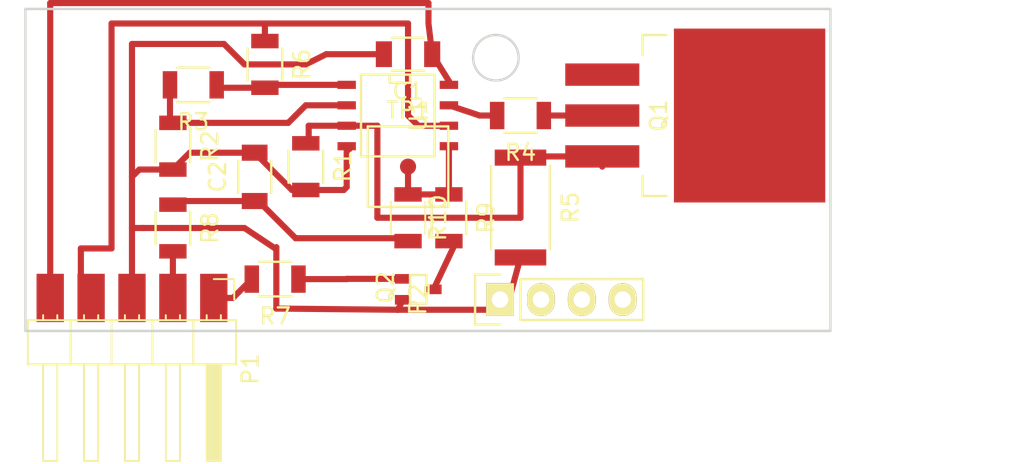
<source format=kicad_pcb>
(kicad_pcb (version 4) (host pcbnew 4.0.6)

  (general
    (links 32)
    (no_connects 2)
    (area 144.844 64.190785 212.58 97.656001)
    (thickness 1.6)
    (drawings 7)
    (tracks 96)
    (zones 0)
    (modules 18)
    (nets 17)
  )

  (page A4)
  (layers
    (0 F.Cu signal)
    (31 B.Cu signal)
    (32 B.Adhes user)
    (33 F.Adhes user)
    (34 B.Paste user)
    (35 F.Paste user)
    (36 B.SilkS user)
    (37 F.SilkS user hide)
    (38 B.Mask user)
    (39 F.Mask user)
    (40 Dwgs.User user)
    (41 Cmts.User user)
    (42 Eco1.User user)
    (43 Eco2.User user)
    (44 Edge.Cuts user)
    (45 Margin user)
    (46 B.CrtYd user hide)
    (47 F.CrtYd user)
    (48 B.Fab user)
    (49 F.Fab user)
  )

  (setup
    (last_trace_width 0.381)
    (trace_clearance 0.381)
    (zone_clearance 0.508)
    (zone_45_only no)
    (trace_min 0.2)
    (segment_width 0.2)
    (edge_width 0.15)
    (via_size 0.2)
    (via_drill 0.01)
    (via_min_size 0.1)
    (via_min_drill 0.01)
    (uvia_size 0.3)
    (uvia_drill 0.1)
    (uvias_allowed no)
    (uvia_min_size 0.2)
    (uvia_min_drill 0.1)
    (pcb_text_width 0.3)
    (pcb_text_size 1.5 1.5)
    (mod_edge_width 0.15)
    (mod_text_size 1 1)
    (mod_text_width 0.15)
    (pad_size 1 1)
    (pad_drill 0)
    (pad_to_mask_clearance 0.2)
    (aux_axis_origin 145.73 68)
    (grid_origin 145.73 68)
    (visible_elements FFFEFF7F)
    (pcbplotparams
      (layerselection 0x01000_00000001)
      (usegerberextensions false)
      (excludeedgelayer true)
      (linewidth 0.100000)
      (plotframeref false)
      (viasonmask false)
      (mode 1)
      (useauxorigin false)
      (hpglpennumber 1)
      (hpglpenspeed 20)
      (hpglpendiameter 15)
      (hpglpenoverlay 2)
      (psnegative false)
      (psa4output false)
      (plotreference false)
      (plotvalue false)
      (plotinvisibletext false)
      (padsonsilk false)
      (subtractmaskfromsilk false)
      (outputformat 5)
      (mirror false)
      (drillshape 0)
      (scaleselection 1)
      (outputdirectory plots))
  )

  (net 0 "")
  (net 1 GND)
  (net 2 "Net-(Q2-Pad1)")
  (net 3 "Net-(Q2-Pad3)")
  (net 4 VCC)
  (net 5 /I_target)
  (net 6 PWM)
  (net 7 I_set)
  (net 8 I_out+)
  (net 9 I_out-)
  (net 10 "Net-(Q1-Pad2)")
  (net 11 I_sense)
  (net 12 "Net-(R2-Pad1)")
  (net 13 "Net-(R3-Pad1)")
  (net 14 "Net-(R4-Pad2)")
  (net 15 "Net-(C2-Pad1)")
  (net 16 I_feedback)

  (net_class Default "This is the default net class."
    (clearance 0.381)
    (trace_width 0.381)
    (via_dia 0.2)
    (via_drill 0.01)
    (uvia_dia 0.3)
    (uvia_drill 0.1)
    (add_net /I_target)
    (add_net GND)
    (add_net I_feedback)
    (add_net I_out+)
    (add_net I_out-)
    (add_net I_sense)
    (add_net I_set)
    (add_net "Net-(C2-Pad1)")
    (add_net "Net-(Q1-Pad2)")
    (add_net "Net-(Q2-Pad1)")
    (add_net "Net-(Q2-Pad3)")
    (add_net "Net-(R2-Pad1)")
    (add_net "Net-(R3-Pad1)")
    (add_net "Net-(R4-Pad2)")
    (add_net PWM)
    (add_net VCC)
  )

  (module TO_SOT_Packages_SMD:SOT-323 (layer F.Cu) (tedit 0) (tstamp 571159C3)
    (at 171.13 86.415 90)
    (tags "SMD SOT")
    (path /57116A5F)
    (attr smd)
    (fp_text reference Q2 (at 0.127 -2.032 90) (layer F.SilkS)
      (effects (font (size 1 1) (thickness 0.15)))
    )
    (fp_text value BC849 (at 0 0 90) (layer F.Fab)
      (effects (font (size 1 1) (thickness 0.15)))
    )
    (fp_line (start 0.254 0.508) (end 0.889 0.508) (layer F.SilkS) (width 0.15))
    (fp_line (start 0.889 0.508) (end 0.889 -0.508) (layer F.SilkS) (width 0.15))
    (fp_line (start -0.889 -0.508) (end -0.889 0.508) (layer F.SilkS) (width 0.15))
    (fp_line (start -0.889 0.508) (end -0.254 0.508) (layer F.SilkS) (width 0.15))
    (fp_line (start 0.254 0.635) (end 0.254 0.508) (layer F.SilkS) (width 0.15))
    (fp_line (start -0.254 0.508) (end -0.254 0.635) (layer F.SilkS) (width 0.15))
    (fp_line (start 0.889 -0.508) (end -0.889 -0.508) (layer F.SilkS) (width 0.15))
    (fp_line (start -0.254 0.635) (end 0.254 0.635) (layer F.SilkS) (width 0.15))
    (pad 2 smd rect (at -0.65024 -0.94996 90) (size 0.59944 1.00076) (layers F.Cu F.Paste F.Mask)
      (net 1 GND))
    (pad 1 smd rect (at 0.65024 -0.94996 90) (size 0.59944 1.00076) (layers F.Cu F.Paste F.Mask)
      (net 2 "Net-(Q2-Pad1)"))
    (pad 3 smd rect (at 0 0.94996 90) (size 0.59944 1.00076) (layers F.Cu F.Paste F.Mask)
      (net 3 "Net-(Q2-Pad3)"))
    (model TO_SOT_Packages_SMD.3dshapes/SOT-323.wrl
      (at (xyz 0 0 0.001))
      (scale (xyz 0.3937 0.3937 0.3937))
      (rotate (xyz 0 0 0))
    )
  )

  (module Capacitors_SMD:C_1206 (layer F.Cu) (tedit 5415D7BD) (tstamp 57115A71)
    (at 170.495 71.81 180)
    (descr "Capacitor SMD 1206, reflow soldering, AVX (see smccp.pdf)")
    (tags "capacitor 1206")
    (path /5711663E)
    (attr smd)
    (fp_text reference C1 (at 0 -2.3 180) (layer F.SilkS)
      (effects (font (size 1 1) (thickness 0.15)))
    )
    (fp_text value 1uF (at 0 2.3 180) (layer F.Fab)
      (effects (font (size 1 1) (thickness 0.15)))
    )
    (fp_line (start -2.3 -1.15) (end 2.3 -1.15) (layer F.CrtYd) (width 0.05))
    (fp_line (start -2.3 1.15) (end 2.3 1.15) (layer F.CrtYd) (width 0.05))
    (fp_line (start -2.3 -1.15) (end -2.3 1.15) (layer F.CrtYd) (width 0.05))
    (fp_line (start 2.3 -1.15) (end 2.3 1.15) (layer F.CrtYd) (width 0.05))
    (fp_line (start 1 -1.025) (end -1 -1.025) (layer F.SilkS) (width 0.15))
    (fp_line (start -1 1.025) (end 1 1.025) (layer F.SilkS) (width 0.15))
    (pad 1 smd rect (at -1.5 0 180) (size 1 1.6) (layers F.Cu F.Paste F.Mask)
      (net 4 VCC))
    (pad 2 smd rect (at 1.5 0 180) (size 1 1.6) (layers F.Cu F.Paste F.Mask)
      (net 1 GND))
    (model Capacitors_SMD.3dshapes/C_1206.wrl
      (at (xyz 0 0 0))
      (scale (xyz 1 1 1))
      (rotate (xyz 0 0 0))
    )
  )

  (module Capacitors_SMD:C_1206 (layer F.Cu) (tedit 5415D7BD) (tstamp 57115A77)
    (at 160.97 79.43 90)
    (descr "Capacitor SMD 1206, reflow soldering, AVX (see smccp.pdf)")
    (tags "capacitor 1206")
    (path /5711798C)
    (attr smd)
    (fp_text reference C2 (at 0 -2.3 90) (layer F.SilkS)
      (effects (font (size 1 1) (thickness 0.15)))
    )
    (fp_text value 1uF (at 0 2.3 90) (layer F.Fab)
      (effects (font (size 1 1) (thickness 0.15)))
    )
    (fp_line (start -2.3 -1.15) (end 2.3 -1.15) (layer F.CrtYd) (width 0.05))
    (fp_line (start -2.3 1.15) (end 2.3 1.15) (layer F.CrtYd) (width 0.05))
    (fp_line (start -2.3 -1.15) (end -2.3 1.15) (layer F.CrtYd) (width 0.05))
    (fp_line (start 2.3 -1.15) (end 2.3 1.15) (layer F.CrtYd) (width 0.05))
    (fp_line (start 1 -1.025) (end -1 -1.025) (layer F.SilkS) (width 0.15))
    (fp_line (start -1 1.025) (end 1 1.025) (layer F.SilkS) (width 0.15))
    (pad 1 smd rect (at -1.5 0 90) (size 1 1.6) (layers F.Cu F.Paste F.Mask)
      (net 15 "Net-(C2-Pad1)"))
    (pad 2 smd rect (at 1.5 0 90) (size 1 1.6) (layers F.Cu F.Paste F.Mask)
      (net 1 GND))
    (model Capacitors_SMD.3dshapes/C_1206.wrl
      (at (xyz 0 0 0))
      (scale (xyz 1 1 1))
      (rotate (xyz 0 0 0))
    )
  )

  (module Pin_Headers:Pin_Header_Straight_1x04 (layer F.Cu) (tedit 0) (tstamp 57115A87)
    (at 176.21 87.05 90)
    (descr "Through hole pin header")
    (tags "pin header")
    (path /571160BF)
    (fp_text reference P2 (at 0 -5.1 90) (layer F.SilkS)
      (effects (font (size 1 1) (thickness 0.15)))
    )
    (fp_text value CONN_01X04 (at 0 -3.1 90) (layer F.Fab)
      (effects (font (size 1 1) (thickness 0.15)))
    )
    (fp_line (start -1.75 -1.75) (end -1.75 9.4) (layer F.CrtYd) (width 0.05))
    (fp_line (start 1.75 -1.75) (end 1.75 9.4) (layer F.CrtYd) (width 0.05))
    (fp_line (start -1.75 -1.75) (end 1.75 -1.75) (layer F.CrtYd) (width 0.05))
    (fp_line (start -1.75 9.4) (end 1.75 9.4) (layer F.CrtYd) (width 0.05))
    (fp_line (start -1.27 1.27) (end -1.27 8.89) (layer F.SilkS) (width 0.15))
    (fp_line (start 1.27 1.27) (end 1.27 8.89) (layer F.SilkS) (width 0.15))
    (fp_line (start 1.55 -1.55) (end 1.55 0) (layer F.SilkS) (width 0.15))
    (fp_line (start -1.27 8.89) (end 1.27 8.89) (layer F.SilkS) (width 0.15))
    (fp_line (start 1.27 1.27) (end -1.27 1.27) (layer F.SilkS) (width 0.15))
    (fp_line (start -1.55 0) (end -1.55 -1.55) (layer F.SilkS) (width 0.15))
    (fp_line (start -1.55 -1.55) (end 1.55 -1.55) (layer F.SilkS) (width 0.15))
    (pad 1 thru_hole rect (at 0 0 90) (size 2.032 1.7272) (drill 1.016) (layers *.Cu *.Mask F.SilkS)
      (net 1 GND))
    (pad 2 thru_hole oval (at 0 2.54 90) (size 2.032 1.7272) (drill 1.016) (layers *.Cu *.Mask F.SilkS)
      (net 8 I_out+))
    (pad 3 thru_hole oval (at 0 5.08 90) (size 2.032 1.7272) (drill 1.016) (layers *.Cu *.Mask F.SilkS)
      (net 8 I_out+))
    (pad 4 thru_hole oval (at 0 7.62 90) (size 2.032 1.7272) (drill 1.016) (layers *.Cu *.Mask F.SilkS)
      (net 9 I_out-))
    (model Pin_Headers.3dshapes/Pin_Header_Straight_1x04.wrl
      (at (xyz 0 -0.15 0))
      (scale (xyz 1 1 1))
      (rotate (xyz 0 0 90))
    )
  )

  (module TO_SOT_Packages_SMD:TO-263-3Lead (layer F.Cu) (tedit 55D38F53) (tstamp 57115A8F)
    (at 182.56 75.62)
    (descr "D2PAK / TO-263 3-lead smd package")
    (tags "D2PAK D2PAK-3 TO-263AB TO-263")
    (path /57114293)
    (attr smd)
    (fp_text reference Q1 (at 3.5 0 90) (layer F.SilkS)
      (effects (font (size 1 1) (thickness 0.15)))
    )
    (fp_text value PSMN017-30BL (at 15.25 -0.25 90) (layer F.Fab)
      (effects (font (size 1 1) (thickness 0.15)))
    )
    (fp_line (start 14.1 5.65) (end -2.55 5.65) (layer F.CrtYd) (width 0.05))
    (fp_line (start 14.1 -5.65) (end 14.1 5.65) (layer F.CrtYd) (width 0.05))
    (fp_line (start 14.1 -5.65) (end -2.55 -5.65) (layer F.CrtYd) (width 0.05))
    (fp_line (start -2.55 -5.65) (end -2.55 5.65) (layer F.CrtYd) (width 0.05))
    (fp_line (start 2.5 5) (end 2.5 3.75) (layer F.SilkS) (width 0.15))
    (fp_line (start 2.5 5) (end 4 5) (layer F.SilkS) (width 0.15))
    (fp_line (start 2.5 -5) (end 4 -5) (layer F.SilkS) (width 0.15))
    (fp_line (start 2.5 -5) (end 2.5 -3.75) (layer F.SilkS) (width 0.15))
    (pad 2 smd rect (at 0 0) (size 4.6 1.39) (layers F.Cu F.Paste F.Mask)
      (net 10 "Net-(Q1-Pad2)"))
    (pad 4 smd rect (at 9.15 0) (size 9.4 10.8) (layers F.Cu F.Paste F.Mask))
    (pad 3 smd rect (at 0 2.54) (size 4.6 1.39) (layers F.Cu F.Paste F.Mask)
      (net 11 I_sense))
    (pad 1 smd rect (at 0 -2.54) (size 4.6 1.39) (layers F.Cu F.Paste F.Mask)
      (net 9 I_out-))
    (model TO_SOT_Packages_SMD.3dshapes/TO-263-3Lead.wrl
      (at (xyz 0 0 0))
      (scale (xyz 1 1 1))
      (rotate (xyz 0 0 90))
    )
  )

  (module Resistors_SMD:R_1206 (layer F.Cu) (tedit 5415CFA7) (tstamp 57115A95)
    (at 164.145 78.795 270)
    (descr "Resistor SMD 1206, reflow soldering, Vishay (see dcrcw.pdf)")
    (tags "resistor 1206")
    (path /57114A48)
    (attr smd)
    (fp_text reference R1 (at 0 -2.3 270) (layer F.SilkS)
      (effects (font (size 1 1) (thickness 0.15)))
    )
    (fp_text value 12k (at 0 2.3 270) (layer F.Fab)
      (effects (font (size 1 1) (thickness 0.15)))
    )
    (fp_line (start -2.2 -1.2) (end 2.2 -1.2) (layer F.CrtYd) (width 0.05))
    (fp_line (start -2.2 1.2) (end 2.2 1.2) (layer F.CrtYd) (width 0.05))
    (fp_line (start -2.2 -1.2) (end -2.2 1.2) (layer F.CrtYd) (width 0.05))
    (fp_line (start 2.2 -1.2) (end 2.2 1.2) (layer F.CrtYd) (width 0.05))
    (fp_line (start 1 1.075) (end -1 1.075) (layer F.SilkS) (width 0.15))
    (fp_line (start -1 -1.075) (end 1 -1.075) (layer F.SilkS) (width 0.15))
    (pad 1 smd rect (at -1.45 0 270) (size 0.9 1.7) (layers F.Cu F.Paste F.Mask)
      (net 11 I_sense))
    (pad 2 smd rect (at 1.45 0 270) (size 0.9 1.7) (layers F.Cu F.Paste F.Mask)
      (net 1 GND))
    (model Resistors_SMD.3dshapes/R_1206.wrl
      (at (xyz 0 0 0))
      (scale (xyz 1 1 1))
      (rotate (xyz 0 0 0))
    )
  )

  (module Resistors_SMD:R_1206 (layer F.Cu) (tedit 5415CFA7) (tstamp 57115A9B)
    (at 155.89 77.525 270)
    (descr "Resistor SMD 1206, reflow soldering, Vishay (see dcrcw.pdf)")
    (tags "resistor 1206")
    (path /57114971)
    (attr smd)
    (fp_text reference R2 (at 0 -2.3 270) (layer F.SilkS)
      (effects (font (size 1 1) (thickness 0.15)))
    )
    (fp_text value 10k (at 0 2.3 270) (layer F.Fab)
      (effects (font (size 1 1) (thickness 0.15)))
    )
    (fp_line (start -2.2 -1.2) (end 2.2 -1.2) (layer F.CrtYd) (width 0.05))
    (fp_line (start -2.2 1.2) (end 2.2 1.2) (layer F.CrtYd) (width 0.05))
    (fp_line (start -2.2 -1.2) (end -2.2 1.2) (layer F.CrtYd) (width 0.05))
    (fp_line (start 2.2 -1.2) (end 2.2 1.2) (layer F.CrtYd) (width 0.05))
    (fp_line (start 1 1.075) (end -1 1.075) (layer F.SilkS) (width 0.15))
    (fp_line (start -1 -1.075) (end 1 -1.075) (layer F.SilkS) (width 0.15))
    (pad 1 smd rect (at -1.45 0 270) (size 0.9 1.7) (layers F.Cu F.Paste F.Mask)
      (net 12 "Net-(R2-Pad1)"))
    (pad 2 smd rect (at 1.45 0 270) (size 0.9 1.7) (layers F.Cu F.Paste F.Mask)
      (net 1 GND))
    (model Resistors_SMD.3dshapes/R_1206.wrl
      (at (xyz 0 0 0))
      (scale (xyz 1 1 1))
      (rotate (xyz 0 0 0))
    )
  )

  (module Resistors_SMD:R_1206 (layer F.Cu) (tedit 5415CFA7) (tstamp 57115AA1)
    (at 157.16 73.715 180)
    (descr "Resistor SMD 1206, reflow soldering, Vishay (see dcrcw.pdf)")
    (tags "resistor 1206")
    (path /571148F8)
    (attr smd)
    (fp_text reference R3 (at 0 -2.3 180) (layer F.SilkS)
      (effects (font (size 1 1) (thickness 0.15)))
    )
    (fp_text value 100k (at 0 2.3 180) (layer F.Fab)
      (effects (font (size 1 1) (thickness 0.15)))
    )
    (fp_line (start -2.2 -1.2) (end 2.2 -1.2) (layer F.CrtYd) (width 0.05))
    (fp_line (start -2.2 1.2) (end 2.2 1.2) (layer F.CrtYd) (width 0.05))
    (fp_line (start -2.2 -1.2) (end -2.2 1.2) (layer F.CrtYd) (width 0.05))
    (fp_line (start 2.2 -1.2) (end 2.2 1.2) (layer F.CrtYd) (width 0.05))
    (fp_line (start 1 1.075) (end -1 1.075) (layer F.SilkS) (width 0.15))
    (fp_line (start -1 -1.075) (end 1 -1.075) (layer F.SilkS) (width 0.15))
    (pad 1 smd rect (at -1.45 0 180) (size 0.9 1.7) (layers F.Cu F.Paste F.Mask)
      (net 13 "Net-(R3-Pad1)"))
    (pad 2 smd rect (at 1.45 0 180) (size 0.9 1.7) (layers F.Cu F.Paste F.Mask)
      (net 12 "Net-(R2-Pad1)"))
    (model Resistors_SMD.3dshapes/R_1206.wrl
      (at (xyz 0 0 0))
      (scale (xyz 1 1 1))
      (rotate (xyz 0 0 0))
    )
  )

  (module Resistors_SMD:R_1206 (layer F.Cu) (tedit 5415CFA7) (tstamp 57115AA7)
    (at 177.48 75.62 180)
    (descr "Resistor SMD 1206, reflow soldering, Vishay (see dcrcw.pdf)")
    (tags "resistor 1206")
    (path /571147FF)
    (attr smd)
    (fp_text reference R4 (at 0 -2.3 180) (layer F.SilkS)
      (effects (font (size 1 1) (thickness 0.15)))
    )
    (fp_text value 120 (at 0 2.3 180) (layer F.Fab)
      (effects (font (size 1 1) (thickness 0.15)))
    )
    (fp_line (start -2.2 -1.2) (end 2.2 -1.2) (layer F.CrtYd) (width 0.05))
    (fp_line (start -2.2 1.2) (end 2.2 1.2) (layer F.CrtYd) (width 0.05))
    (fp_line (start -2.2 -1.2) (end -2.2 1.2) (layer F.CrtYd) (width 0.05))
    (fp_line (start 2.2 -1.2) (end 2.2 1.2) (layer F.CrtYd) (width 0.05))
    (fp_line (start 1 1.075) (end -1 1.075) (layer F.SilkS) (width 0.15))
    (fp_line (start -1 -1.075) (end 1 -1.075) (layer F.SilkS) (width 0.15))
    (pad 1 smd rect (at -1.45 0 180) (size 0.9 1.7) (layers F.Cu F.Paste F.Mask)
      (net 10 "Net-(Q1-Pad2)"))
    (pad 2 smd rect (at 1.45 0 180) (size 0.9 1.7) (layers F.Cu F.Paste F.Mask)
      (net 14 "Net-(R4-Pad2)"))
    (model Resistors_SMD.3dshapes/R_1206.wrl
      (at (xyz 0 0 0))
      (scale (xyz 1 1 1))
      (rotate (xyz 0 0 0))
    )
  )

  (module Resistors_SMD:R_1206 (layer F.Cu) (tedit 5415CFA7) (tstamp 57115AB3)
    (at 161.605 72.445 270)
    (descr "Resistor SMD 1206, reflow soldering, Vishay (see dcrcw.pdf)")
    (tags "resistor 1206")
    (path /57115B1C)
    (attr smd)
    (fp_text reference R6 (at 0 -2.3 270) (layer F.SilkS)
      (effects (font (size 1 1) (thickness 0.15)))
    )
    (fp_text value 10k (at 0 2.3 270) (layer F.Fab)
      (effects (font (size 1 1) (thickness 0.15)))
    )
    (fp_line (start -2.2 -1.2) (end 2.2 -1.2) (layer F.CrtYd) (width 0.05))
    (fp_line (start -2.2 1.2) (end 2.2 1.2) (layer F.CrtYd) (width 0.05))
    (fp_line (start -2.2 -1.2) (end -2.2 1.2) (layer F.CrtYd) (width 0.05))
    (fp_line (start 2.2 -1.2) (end 2.2 1.2) (layer F.CrtYd) (width 0.05))
    (fp_line (start 1 1.075) (end -1 1.075) (layer F.SilkS) (width 0.15))
    (fp_line (start -1 -1.075) (end 1 -1.075) (layer F.SilkS) (width 0.15))
    (pad 1 smd rect (at -1.45 0 270) (size 0.9 1.7) (layers F.Cu F.Paste F.Mask)
      (net 16 I_feedback))
    (pad 2 smd rect (at 1.45 0 270) (size 0.9 1.7) (layers F.Cu F.Paste F.Mask)
      (net 13 "Net-(R3-Pad1)"))
    (model Resistors_SMD.3dshapes/R_1206.wrl
      (at (xyz 0 0 0))
      (scale (xyz 1 1 1))
      (rotate (xyz 0 0 0))
    )
  )

  (module Resistors_SMD:R_1206 (layer F.Cu) (tedit 5415CFA7) (tstamp 57115AB9)
    (at 162.24 85.78 180)
    (descr "Resistor SMD 1206, reflow soldering, Vishay (see dcrcw.pdf)")
    (tags "resistor 1206")
    (path /57116BC8)
    (attr smd)
    (fp_text reference R7 (at 0 -2.3 180) (layer F.SilkS)
      (effects (font (size 1 1) (thickness 0.15)))
    )
    (fp_text value 1k (at 0 2.3 180) (layer F.Fab)
      (effects (font (size 1 1) (thickness 0.15)))
    )
    (fp_line (start -2.2 -1.2) (end 2.2 -1.2) (layer F.CrtYd) (width 0.05))
    (fp_line (start -2.2 1.2) (end 2.2 1.2) (layer F.CrtYd) (width 0.05))
    (fp_line (start -2.2 -1.2) (end -2.2 1.2) (layer F.CrtYd) (width 0.05))
    (fp_line (start 2.2 -1.2) (end 2.2 1.2) (layer F.CrtYd) (width 0.05))
    (fp_line (start 1 1.075) (end -1 1.075) (layer F.SilkS) (width 0.15))
    (fp_line (start -1 -1.075) (end 1 -1.075) (layer F.SilkS) (width 0.15))
    (pad 1 smd rect (at -1.45 0 180) (size 0.9 1.7) (layers F.Cu F.Paste F.Mask)
      (net 2 "Net-(Q2-Pad1)"))
    (pad 2 smd rect (at 1.45 0 180) (size 0.9 1.7) (layers F.Cu F.Paste F.Mask)
      (net 6 PWM))
    (model Resistors_SMD.3dshapes/R_1206.wrl
      (at (xyz 0 0 0))
      (scale (xyz 1 1 1))
      (rotate (xyz 0 0 0))
    )
  )

  (module Resistors_SMD:R_1206 (layer F.Cu) (tedit 5415CFA7) (tstamp 57115ABF)
    (at 155.89 82.605 270)
    (descr "Resistor SMD 1206, reflow soldering, Vishay (see dcrcw.pdf)")
    (tags "resistor 1206")
    (path /57117AB3)
    (attr smd)
    (fp_text reference R8 (at 0 -2.3 270) (layer F.SilkS)
      (effects (font (size 1 1) (thickness 0.15)))
    )
    (fp_text value 100k (at 0 2.3 270) (layer F.Fab)
      (effects (font (size 1 1) (thickness 0.15)))
    )
    (fp_line (start -2.2 -1.2) (end 2.2 -1.2) (layer F.CrtYd) (width 0.05))
    (fp_line (start -2.2 1.2) (end 2.2 1.2) (layer F.CrtYd) (width 0.05))
    (fp_line (start -2.2 -1.2) (end -2.2 1.2) (layer F.CrtYd) (width 0.05))
    (fp_line (start 2.2 -1.2) (end 2.2 1.2) (layer F.CrtYd) (width 0.05))
    (fp_line (start 1 1.075) (end -1 1.075) (layer F.SilkS) (width 0.15))
    (fp_line (start -1 -1.075) (end 1 -1.075) (layer F.SilkS) (width 0.15))
    (pad 1 smd rect (at -1.45 0 270) (size 0.9 1.7) (layers F.Cu F.Paste F.Mask)
      (net 15 "Net-(C2-Pad1)"))
    (pad 2 smd rect (at 1.45 0 270) (size 0.9 1.7) (layers F.Cu F.Paste F.Mask)
      (net 7 I_set))
    (model Resistors_SMD.3dshapes/R_1206.wrl
      (at (xyz 0 0 0))
      (scale (xyz 1 1 1))
      (rotate (xyz 0 0 0))
    )
  )

  (module Resistors_SMD:R_1206 (layer F.Cu) (tedit 5415CFA7) (tstamp 57115AC5)
    (at 173.035 81.97 270)
    (descr "Resistor SMD 1206, reflow soldering, Vishay (see dcrcw.pdf)")
    (tags "resistor 1206")
    (path /57116A96)
    (attr smd)
    (fp_text reference R9 (at 0 -2.3 270) (layer F.SilkS)
      (effects (font (size 1 1) (thickness 0.15)))
    )
    (fp_text value 100 (at 0 2.3 270) (layer F.Fab)
      (effects (font (size 1 1) (thickness 0.15)))
    )
    (fp_line (start -2.2 -1.2) (end 2.2 -1.2) (layer F.CrtYd) (width 0.05))
    (fp_line (start -2.2 1.2) (end 2.2 1.2) (layer F.CrtYd) (width 0.05))
    (fp_line (start -2.2 -1.2) (end -2.2 1.2) (layer F.CrtYd) (width 0.05))
    (fp_line (start 2.2 -1.2) (end 2.2 1.2) (layer F.CrtYd) (width 0.05))
    (fp_line (start 1 1.075) (end -1 1.075) (layer F.SilkS) (width 0.15))
    (fp_line (start -1 -1.075) (end 1 -1.075) (layer F.SilkS) (width 0.15))
    (pad 1 smd rect (at -1.45 0 270) (size 0.9 1.7) (layers F.Cu F.Paste F.Mask)
      (net 5 /I_target))
    (pad 2 smd rect (at 1.45 0 270) (size 0.9 1.7) (layers F.Cu F.Paste F.Mask)
      (net 3 "Net-(Q2-Pad3)"))
    (model Resistors_SMD.3dshapes/R_1206.wrl
      (at (xyz 0 0 0))
      (scale (xyz 1 1 1))
      (rotate (xyz 0 0 0))
    )
  )

  (module SMD_Packages:SOIC-8-N (layer F.Cu) (tedit 0) (tstamp 57115AD1)
    (at 169.86 75.62 270)
    (descr "Module Narrow CMS SOJ 8 pins large")
    (tags "CMS SOJ")
    (path /5711412E)
    (attr smd)
    (fp_text reference U1 (at 0 -1.27 270) (layer F.SilkS)
      (effects (font (size 1 1) (thickness 0.15)))
    )
    (fp_text value LM358 (at 0 1.27 270) (layer F.Fab)
      (effects (font (size 1 1) (thickness 0.15)))
    )
    (fp_line (start -2.54 -2.286) (end 2.54 -2.286) (layer F.SilkS) (width 0.15))
    (fp_line (start 2.54 -2.286) (end 2.54 2.286) (layer F.SilkS) (width 0.15))
    (fp_line (start 2.54 2.286) (end -2.54 2.286) (layer F.SilkS) (width 0.15))
    (fp_line (start -2.54 2.286) (end -2.54 -2.286) (layer F.SilkS) (width 0.15))
    (fp_line (start -2.54 -0.762) (end -2.032 -0.762) (layer F.SilkS) (width 0.15))
    (fp_line (start -2.032 -0.762) (end -2.032 0.508) (layer F.SilkS) (width 0.15))
    (fp_line (start -2.032 0.508) (end -2.54 0.508) (layer F.SilkS) (width 0.15))
    (pad 8 smd rect (at -1.905 -3.175 270) (size 0.508 1.143) (layers F.Cu F.Paste F.Mask)
      (net 4 VCC))
    (pad 7 smd rect (at -0.635 -3.175 270) (size 0.508 1.143) (layers F.Cu F.Paste F.Mask)
      (net 14 "Net-(R4-Pad2)"))
    (pad 6 smd rect (at 0.635 -3.175 270) (size 0.508 1.143) (layers F.Cu F.Paste F.Mask)
      (net 16 I_feedback))
    (pad 5 smd rect (at 1.905 -3.175 270) (size 0.508 1.143) (layers F.Cu F.Paste F.Mask)
      (net 5 /I_target))
    (pad 4 smd rect (at 1.905 3.175 270) (size 0.508 1.143) (layers F.Cu F.Paste F.Mask)
      (net 1 GND))
    (pad 3 smd rect (at 0.635 3.175 270) (size 0.508 1.143) (layers F.Cu F.Paste F.Mask)
      (net 11 I_sense))
    (pad 2 smd rect (at -0.635 3.175 270) (size 0.508 1.143) (layers F.Cu F.Paste F.Mask)
      (net 12 "Net-(R2-Pad1)"))
    (pad 1 smd rect (at -1.905 3.175 270) (size 0.508 1.143) (layers F.Cu F.Paste F.Mask)
      (net 13 "Net-(R3-Pad1)"))
    (model SMD_Packages.3dshapes/SOIC-8-N.wrl
      (at (xyz 0 0 0))
      (scale (xyz 0.5 0.38 0.5))
      (rotate (xyz 0 0 0))
    )
  )

  (module Resistors_SMD:R_2512 (layer F.Cu) (tedit 5415D3E2) (tstamp 57115AAD)
    (at 177.48 81.335 270)
    (descr "Resistor SMD 2512, reflow soldering, Vishay (see dcrcw.pdf)")
    (tags "resistor 2512")
    (path /5711479C)
    (attr smd)
    (fp_text reference R5 (at 0 -3.1 270) (layer F.SilkS)
      (effects (font (size 1 1) (thickness 0.15)))
    )
    (fp_text value 0.1 (at 0 3.1 270) (layer F.Fab)
      (effects (font (size 1 1) (thickness 0.15)))
    )
    (fp_line (start -3.9 -1.95) (end 3.9 -1.95) (layer F.CrtYd) (width 0.05))
    (fp_line (start -3.9 1.95) (end 3.9 1.95) (layer F.CrtYd) (width 0.05))
    (fp_line (start -3.9 -1.95) (end -3.9 1.95) (layer F.CrtYd) (width 0.05))
    (fp_line (start 3.9 -1.95) (end 3.9 1.95) (layer F.CrtYd) (width 0.05))
    (fp_line (start 2.6 1.825) (end -2.6 1.825) (layer F.SilkS) (width 0.15))
    (fp_line (start -2.6 -1.825) (end 2.6 -1.825) (layer F.SilkS) (width 0.15))
    (pad 1 smd rect (at -3.1 0 270) (size 1 3.2) (layers F.Cu F.Paste F.Mask)
      (net 11 I_sense))
    (pad 2 smd rect (at 3.1 0 270) (size 1 3.2) (layers F.Cu F.Paste F.Mask)
      (net 1 GND))
    (model Resistors_SMD.3dshapes/R_2512.wrl
      (at (xyz 0 0 0))
      (scale (xyz 1 1 1))
      (rotate (xyz 0 0 0))
    )
  )

  (module Resistors_SMD:R_1206 (layer F.Cu) (tedit 58AADA9E) (tstamp 59871EF3)
    (at 170.495 81.97 270)
    (descr "Resistor SMD 1206, reflow soldering, Vishay (see dcrcw.pdf)")
    (tags "resistor 1206")
    (path /59871E1C)
    (attr smd)
    (fp_text reference R10 (at 0 -1.85 270) (layer F.SilkS)
      (effects (font (size 1 1) (thickness 0.15)))
    )
    (fp_text value 100k (at 0 1.95 270) (layer F.Fab)
      (effects (font (size 1 1) (thickness 0.15)))
    )
    (fp_text user %R (at 0 -1.85 270) (layer F.Fab)
      (effects (font (size 1 1) (thickness 0.15)))
    )
    (fp_line (start -1.6 0.8) (end -1.6 -0.8) (layer F.Fab) (width 0.1))
    (fp_line (start 1.6 0.8) (end -1.6 0.8) (layer F.Fab) (width 0.1))
    (fp_line (start 1.6 -0.8) (end 1.6 0.8) (layer F.Fab) (width 0.1))
    (fp_line (start -1.6 -0.8) (end 1.6 -0.8) (layer F.Fab) (width 0.1))
    (fp_line (start 1 1.07) (end -1 1.07) (layer F.SilkS) (width 0.12))
    (fp_line (start -1 -1.07) (end 1 -1.07) (layer F.SilkS) (width 0.12))
    (fp_line (start -2.15 -1.11) (end 2.15 -1.11) (layer F.CrtYd) (width 0.05))
    (fp_line (start -2.15 -1.11) (end -2.15 1.1) (layer F.CrtYd) (width 0.05))
    (fp_line (start 2.15 1.1) (end 2.15 -1.11) (layer F.CrtYd) (width 0.05))
    (fp_line (start 2.15 1.1) (end -2.15 1.1) (layer F.CrtYd) (width 0.05))
    (pad 1 smd rect (at -1.45 0 270) (size 0.9 1.7) (layers F.Cu F.Paste F.Mask)
      (net 5 /I_target))
    (pad 2 smd rect (at 1.45 0 270) (size 0.9 1.7) (layers F.Cu F.Paste F.Mask)
      (net 15 "Net-(C2-Pad1)"))
    (model Resistors_SMD.3dshapes/R_1206.wrl
      (at (xyz 0 0 0))
      (scale (xyz 1 1 1))
      (rotate (xyz 0 0 0))
    )
  )

  (module SMD_Packages:1Pin (layer F.Cu) (tedit 59873258) (tstamp 59873278)
    (at 170.495 78.795)
    (descr "module 1 pin (ou trou mecanique de percage)")
    (tags DEV)
    (path /598733DB)
    (fp_text reference TP1 (at 0 -3.50012) (layer F.SilkS)
      (effects (font (size 1 1) (thickness 0.15)))
    )
    (fp_text value TEST (at 0.24892 3.74904) (layer F.Fab)
      (effects (font (size 1 1) (thickness 0.15)))
    )
    (fp_line (start -2.49936 -2.49936) (end 2.49936 -2.49936) (layer F.SilkS) (width 0.15))
    (fp_line (start 2.49936 -2.49936) (end 2.49936 2.49936) (layer F.SilkS) (width 0.15))
    (fp_line (start 2.49936 2.49936) (end -2.49936 2.49936) (layer F.SilkS) (width 0.15))
    (fp_line (start -2.49936 2.49936) (end -2.49936 -2.49936) (layer F.SilkS) (width 0.15))
    (pad 1 smd circle (at 0 0) (size 1 1) (layers F.Cu F.Paste F.Mask)
      (net 5 /I_target))
  )

  (module Edge:Pin_Header_Edge_1x05_Pitch2.54mm (layer F.Cu) (tedit 5985EE31) (tstamp 59873B85)
    (at 158.43 87.05 270)
    (descr "Through hole angled pin header, 1x05, 2.54mm pitch, 6mm pin length, single row")
    (tags "Through hole angled pin header THT 1x05 2.54mm single row")
    (path /59873CDC)
    (fp_text reference P1 (at 4.315 -2.27 270) (layer F.SilkS)
      (effects (font (size 1 1) (thickness 0.15)))
    )
    (fp_text value CONN_01X05 (at 4.315 12.43 270) (layer F.Fab)
      (effects (font (size 1 1) (thickness 0.15)))
    )
    (fp_line (start 1.4 -1.27) (end 1.4 1.27) (layer F.Fab) (width 0.1))
    (fp_line (start 1.4 1.27) (end 3.9 1.27) (layer F.Fab) (width 0.1))
    (fp_line (start 3.9 1.27) (end 3.9 -1.27) (layer F.Fab) (width 0.1))
    (fp_line (start 3.9 -1.27) (end 1.4 -1.27) (layer F.Fab) (width 0.1))
    (fp_line (start 0 -0.32) (end 0 0.32) (layer F.Fab) (width 0.1))
    (fp_line (start 0 0.32) (end 9.9 0.32) (layer F.Fab) (width 0.1))
    (fp_line (start 9.9 0.32) (end 9.9 -0.32) (layer F.Fab) (width 0.1))
    (fp_line (start 9.9 -0.32) (end 0 -0.32) (layer F.Fab) (width 0.1))
    (fp_line (start 1.4 1.27) (end 1.4 3.81) (layer F.Fab) (width 0.1))
    (fp_line (start 1.4 3.81) (end 3.9 3.81) (layer F.Fab) (width 0.1))
    (fp_line (start 3.9 3.81) (end 3.9 1.27) (layer F.Fab) (width 0.1))
    (fp_line (start 3.9 1.27) (end 1.4 1.27) (layer F.Fab) (width 0.1))
    (fp_line (start 0 2.22) (end 0 2.86) (layer F.Fab) (width 0.1))
    (fp_line (start 0 2.86) (end 9.9 2.86) (layer F.Fab) (width 0.1))
    (fp_line (start 9.9 2.86) (end 9.9 2.22) (layer F.Fab) (width 0.1))
    (fp_line (start 9.9 2.22) (end 0 2.22) (layer F.Fab) (width 0.1))
    (fp_line (start 1.4 3.81) (end 1.4 6.35) (layer F.Fab) (width 0.1))
    (fp_line (start 1.4 6.35) (end 3.9 6.35) (layer F.Fab) (width 0.1))
    (fp_line (start 3.9 6.35) (end 3.9 3.81) (layer F.Fab) (width 0.1))
    (fp_line (start 3.9 3.81) (end 1.4 3.81) (layer F.Fab) (width 0.1))
    (fp_line (start 0 4.76) (end 0 5.4) (layer F.Fab) (width 0.1))
    (fp_line (start 0 5.4) (end 9.9 5.4) (layer F.Fab) (width 0.1))
    (fp_line (start 9.9 5.4) (end 9.9 4.76) (layer F.Fab) (width 0.1))
    (fp_line (start 9.9 4.76) (end 0 4.76) (layer F.Fab) (width 0.1))
    (fp_line (start 1.4 6.35) (end 1.4 8.89) (layer F.Fab) (width 0.1))
    (fp_line (start 1.4 8.89) (end 3.9 8.89) (layer F.Fab) (width 0.1))
    (fp_line (start 3.9 8.89) (end 3.9 6.35) (layer F.Fab) (width 0.1))
    (fp_line (start 3.9 6.35) (end 1.4 6.35) (layer F.Fab) (width 0.1))
    (fp_line (start 0 7.3) (end 0 7.94) (layer F.Fab) (width 0.1))
    (fp_line (start 0 7.94) (end 9.9 7.94) (layer F.Fab) (width 0.1))
    (fp_line (start 9.9 7.94) (end 9.9 7.3) (layer F.Fab) (width 0.1))
    (fp_line (start 9.9 7.3) (end 0 7.3) (layer F.Fab) (width 0.1))
    (fp_line (start 1.4 8.89) (end 1.4 11.43) (layer F.Fab) (width 0.1))
    (fp_line (start 1.4 11.43) (end 3.9 11.43) (layer F.Fab) (width 0.1))
    (fp_line (start 3.9 11.43) (end 3.9 8.89) (layer F.Fab) (width 0.1))
    (fp_line (start 3.9 8.89) (end 1.4 8.89) (layer F.Fab) (width 0.1))
    (fp_line (start 0 9.84) (end 0 10.48) (layer F.Fab) (width 0.1))
    (fp_line (start 0 10.48) (end 9.9 10.48) (layer F.Fab) (width 0.1))
    (fp_line (start 9.9 10.48) (end 9.9 9.84) (layer F.Fab) (width 0.1))
    (fp_line (start 9.9 9.84) (end 0 9.84) (layer F.Fab) (width 0.1))
    (fp_line (start 1.28 -1.39) (end 1.28 1.27) (layer F.SilkS) (width 0.12))
    (fp_line (start 1.28 1.27) (end 4.02 1.27) (layer F.SilkS) (width 0.12))
    (fp_line (start 4.02 1.27) (end 4.02 -1.39) (layer F.SilkS) (width 0.12))
    (fp_line (start 4.02 -1.39) (end 1.28 -1.39) (layer F.SilkS) (width 0.12))
    (fp_line (start 4.02 -0.44) (end 4.02 0.44) (layer F.SilkS) (width 0.12))
    (fp_line (start 4.02 0.44) (end 10.02 0.44) (layer F.SilkS) (width 0.12))
    (fp_line (start 10.02 0.44) (end 10.02 -0.44) (layer F.SilkS) (width 0.12))
    (fp_line (start 10.02 -0.44) (end 4.02 -0.44) (layer F.SilkS) (width 0.12))
    (fp_line (start 0.97 -0.44) (end 1.28 -0.44) (layer F.SilkS) (width 0.12))
    (fp_line (start 0.97 0.44) (end 1.28 0.44) (layer F.SilkS) (width 0.12))
    (fp_line (start 4.02 -0.32) (end 10.02 -0.32) (layer F.SilkS) (width 0.12))
    (fp_line (start 4.02 -0.2) (end 10.02 -0.2) (layer F.SilkS) (width 0.12))
    (fp_line (start 4.02 -0.08) (end 10.02 -0.08) (layer F.SilkS) (width 0.12))
    (fp_line (start 4.02 0.04) (end 10.02 0.04) (layer F.SilkS) (width 0.12))
    (fp_line (start 4.02 0.16) (end 10.02 0.16) (layer F.SilkS) (width 0.12))
    (fp_line (start 4.02 0.28) (end 10.02 0.28) (layer F.SilkS) (width 0.12))
    (fp_line (start 4.02 0.4) (end 10.02 0.4) (layer F.SilkS) (width 0.12))
    (fp_line (start 1.28 1.27) (end 1.28 3.81) (layer F.SilkS) (width 0.12))
    (fp_line (start 1.28 3.81) (end 4.02 3.81) (layer F.SilkS) (width 0.12))
    (fp_line (start 4.02 3.81) (end 4.02 1.27) (layer F.SilkS) (width 0.12))
    (fp_line (start 4.02 1.27) (end 1.28 1.27) (layer F.SilkS) (width 0.12))
    (fp_line (start 4.02 2.1) (end 4.02 2.98) (layer F.SilkS) (width 0.12))
    (fp_line (start 4.02 2.98) (end 10.02 2.98) (layer F.SilkS) (width 0.12))
    (fp_line (start 10.02 2.98) (end 10.02 2.1) (layer F.SilkS) (width 0.12))
    (fp_line (start 10.02 2.1) (end 4.02 2.1) (layer F.SilkS) (width 0.12))
    (fp_line (start 0.97 2.1) (end 1.28 2.1) (layer F.SilkS) (width 0.12))
    (fp_line (start 0.97 2.98) (end 1.28 2.98) (layer F.SilkS) (width 0.12))
    (fp_line (start 1.28 3.81) (end 1.28 6.35) (layer F.SilkS) (width 0.12))
    (fp_line (start 1.28 6.35) (end 4.02 6.35) (layer F.SilkS) (width 0.12))
    (fp_line (start 4.02 6.35) (end 4.02 3.81) (layer F.SilkS) (width 0.12))
    (fp_line (start 4.02 3.81) (end 1.28 3.81) (layer F.SilkS) (width 0.12))
    (fp_line (start 4.02 4.64) (end 4.02 5.52) (layer F.SilkS) (width 0.12))
    (fp_line (start 4.02 5.52) (end 10.02 5.52) (layer F.SilkS) (width 0.12))
    (fp_line (start 10.02 5.52) (end 10.02 4.64) (layer F.SilkS) (width 0.12))
    (fp_line (start 10.02 4.64) (end 4.02 4.64) (layer F.SilkS) (width 0.12))
    (fp_line (start 0.97 4.64) (end 1.28 4.64) (layer F.SilkS) (width 0.12))
    (fp_line (start 0.97 5.52) (end 1.28 5.52) (layer F.SilkS) (width 0.12))
    (fp_line (start 1.28 6.35) (end 1.28 8.89) (layer F.SilkS) (width 0.12))
    (fp_line (start 1.28 8.89) (end 4.02 8.89) (layer F.SilkS) (width 0.12))
    (fp_line (start 4.02 8.89) (end 4.02 6.35) (layer F.SilkS) (width 0.12))
    (fp_line (start 4.02 6.35) (end 1.28 6.35) (layer F.SilkS) (width 0.12))
    (fp_line (start 4.02 7.18) (end 4.02 8.06) (layer F.SilkS) (width 0.12))
    (fp_line (start 4.02 8.06) (end 10.02 8.06) (layer F.SilkS) (width 0.12))
    (fp_line (start 10.02 8.06) (end 10.02 7.18) (layer F.SilkS) (width 0.12))
    (fp_line (start 10.02 7.18) (end 4.02 7.18) (layer F.SilkS) (width 0.12))
    (fp_line (start 0.97 7.18) (end 1.28 7.18) (layer F.SilkS) (width 0.12))
    (fp_line (start 0.97 8.06) (end 1.28 8.06) (layer F.SilkS) (width 0.12))
    (fp_line (start 1.28 8.89) (end 1.28 11.55) (layer F.SilkS) (width 0.12))
    (fp_line (start 1.28 11.55) (end 4.02 11.55) (layer F.SilkS) (width 0.12))
    (fp_line (start 4.02 11.55) (end 4.02 8.89) (layer F.SilkS) (width 0.12))
    (fp_line (start 4.02 8.89) (end 1.28 8.89) (layer F.SilkS) (width 0.12))
    (fp_line (start 4.02 9.72) (end 4.02 10.6) (layer F.SilkS) (width 0.12))
    (fp_line (start 4.02 10.6) (end 10.02 10.6) (layer F.SilkS) (width 0.12))
    (fp_line (start 10.02 10.6) (end 10.02 9.72) (layer F.SilkS) (width 0.12))
    (fp_line (start 10.02 9.72) (end 4.02 9.72) (layer F.SilkS) (width 0.12))
    (fp_line (start 0.97 9.72) (end 1.28 9.72) (layer F.SilkS) (width 0.12))
    (fp_line (start 0.97 10.6) (end 1.28 10.6) (layer F.SilkS) (width 0.12))
    (fp_line (start -1.27 0) (end -1.27 -1.27) (layer F.SilkS) (width 0.12))
    (fp_line (start -1.27 -1.27) (end 0 -1.27) (layer F.SilkS) (width 0.12))
    (fp_line (start -1.6 -1.6) (end -1.6 11.7) (layer F.CrtYd) (width 0.05))
    (fp_line (start -1.6 11.7) (end 10.2 11.7) (layer F.CrtYd) (width 0.05))
    (fp_line (start 10.2 11.7) (end 10.2 -1.6) (layer F.CrtYd) (width 0.05))
    (fp_line (start 10.2 -1.6) (end -1.6 -1.6) (layer F.CrtYd) (width 0.05))
    (pad 1 smd rect (at -0.1 0 270) (size 3 1.7) (layers F.Cu F.Paste F.Mask)
      (net 6 PWM))
    (pad 2 smd rect (at -0.1 2.54 270) (size 3 1.7) (layers F.Cu F.Paste F.Mask)
      (net 7 I_set))
    (pad 3 smd rect (at -0.1 5.08 270) (size 3 1.7) (layers F.Cu F.Paste F.Mask)
      (net 1 GND))
    (pad 4 smd rect (at -0.1 7.62 270) (size 3 1.7) (layers F.Cu F.Paste F.Mask)
      (net 16 I_feedback))
    (pad 5 smd rect (at -0.1 10.16 270) (size 3 1.7) (layers F.Cu F.Paste F.Mask)
      (net 4 VCC))
    (model Pin_Headers.3dshapes/Pin_Header_Angled_1x05_Pitch2.54mm.wrl
      (at (xyz 0 -0.2 0))
      (scale (xyz 1 1 1))
      (rotate (xyz 0 0 90))
    )
  )

  (gr_line (start 146.73 69) (end 196.73 69) (angle 90) (layer Edge.Cuts) (width 0.15))
  (gr_circle (center 175.95 72.03) (end 176.95 71.03) (layer Edge.Cuts) (width 0.15))
  (dimension 20 (width 0.3) (layer Eco1.User)
    (gr_text "20.000 mm" (at 206.08 79 90) (layer Eco1.User)
      (effects (font (size 1.5 1.5) (thickness 0.3)))
    )
    (feature1 (pts (xy 197.73 69) (xy 207.43 69)))
    (feature2 (pts (xy 197.73 89) (xy 207.43 89)))
    (crossbar (pts (xy 204.73 89) (xy 204.73 69)))
    (arrow1a (pts (xy 204.73 69) (xy 205.316421 70.126504)))
    (arrow1b (pts (xy 204.73 69) (xy 204.143579 70.126504)))
    (arrow2a (pts (xy 204.73 89) (xy 205.316421 87.873496)))
    (arrow2b (pts (xy 204.73 89) (xy 204.143579 87.873496)))
  )
  (dimension 50 (width 0.3) (layer Eco1.User)
    (gr_text "50.000 mm" (at 171.73 95.35) (layer Eco1.User)
      (effects (font (size 1.5 1.5) (thickness 0.3)))
    )
    (feature1 (pts (xy 146.73 90) (xy 146.73 96.7)))
    (feature2 (pts (xy 196.73 90) (xy 196.73 96.7)))
    (crossbar (pts (xy 196.73 94) (xy 146.73 94)))
    (arrow1a (pts (xy 146.73 94) (xy 147.856504 93.413579)))
    (arrow1b (pts (xy 146.73 94) (xy 147.856504 94.586421)))
    (arrow2a (pts (xy 196.73 94) (xy 195.603496 93.413579)))
    (arrow2b (pts (xy 196.73 94) (xy 195.603496 94.586421)))
  )
  (gr_line (start 146.73 89) (end 146.73 69) (angle 90) (layer Edge.Cuts) (width 0.15))
  (gr_line (start 196.73 89) (end 146.73 89) (angle 90) (layer Edge.Cuts) (width 0.15))
  (gr_line (start 196.73 69) (end 196.73 89) (angle 90) (layer Edge.Cuts) (width 0.15))

  (segment (start 153.35 79.43) (end 153.35 71.175) (width 0.381) (layer F.Cu) (net 1))
  (segment (start 160.335 72.445) (end 159.065 71.175) (width 0.381) (layer F.Cu) (net 1) (tstamp 59873758))
  (segment (start 164.145 72.445) (end 160.335 72.445) (width 0.381) (layer F.Cu) (net 1) (tstamp 59873754))
  (segment (start 165.415 71.81) (end 164.145 72.445) (width 0.381) (layer F.Cu) (net 1) (tstamp 59873752))
  (segment (start 159.065 71.175) (end 153.35 71.175) (width 0.381) (layer F.Cu) (net 1) (tstamp 59873759))
  (segment (start 165.415 71.81) (end 168.995 71.81) (width 0.381) (layer F.Cu) (net 1) (status 20))
  (segment (start 153.35 82.605) (end 153.35 79.43) (width 0.381) (layer F.Cu) (net 1))
  (segment (start 153.805 78.975) (end 155.89 78.975) (width 0.381) (layer F.Cu) (net 1) (tstamp 5987414D))
  (segment (start 153.35 79.43) (end 153.805 78.975) (width 0.381) (layer F.Cu) (net 1) (tstamp 59874147))
  (segment (start 153.35 86.95) (end 153.35 82.605) (width 0.381) (layer F.Cu) (net 1))
  (segment (start 153.35 82.605) (end 153.985 82.605) (width 0.381) (layer F.Cu) (net 1))
  (segment (start 160.97 77.93) (end 156.935 77.93) (width 0.381) (layer F.Cu) (net 1))
  (segment (start 156.935 77.93) (end 155.89 78.975) (width 0.381) (layer F.Cu) (net 1) (tstamp 59874106))
  (segment (start 164.145 80.245) (end 166.505 80.245) (width 0.381) (layer F.Cu) (net 1))
  (segment (start 166.685 80.065) (end 166.685 77.525) (width 0.381) (layer F.Cu) (net 1) (tstamp 598740FB))
  (segment (start 166.505 80.245) (end 166.685 80.065) (width 0.381) (layer F.Cu) (net 1) (tstamp 598740F8))
  (segment (start 164.145 80.245) (end 163.285 80.245) (width 0.381) (layer F.Cu) (net 1))
  (segment (start 163.285 80.245) (end 160.97 77.93) (width 0.381) (layer F.Cu) (net 1) (tstamp 598740F1))
  (segment (start 160.335 82.605) (end 162.24 83.875) (width 0.381) (layer F.Cu) (net 1))
  (segment (start 155.89 82.605) (end 160.335 82.605) (width 0.381) (layer F.Cu) (net 1) (tstamp 5987267B))
  (segment (start 153.985 82.605) (end 155.89 82.605) (width 0.381) (layer F.Cu) (net 1))
  (segment (start 162.315 87.61) (end 169.86 87.685) (width 0.381) (layer F.Cu) (net 1) (tstamp 5987267E))
  (segment (start 162.315 83.8) (end 162.315 87.61) (width 0.381) (layer F.Cu) (net 1) (tstamp 59873D2D))
  (segment (start 162.24 83.875) (end 162.315 83.8) (width 0.381) (layer F.Cu) (net 1) (tstamp 59873D29))
  (segment (start 169.86 87.685) (end 175.575 87.685) (width 0.381) (layer F.Cu) (net 1))
  (segment (start 175.575 87.685) (end 176.21 87.05) (width 0.381) (layer F.Cu) (net 1) (tstamp 59872FBC))
  (segment (start 176.21 87.05) (end 176.77 87.05) (width 0.381) (layer F.Cu) (net 1) (status 30))
  (segment (start 176.77 87.05) (end 177.48 84.435) (width 0.381) (layer F.Cu) (net 1) (tstamp 59872CDB) (status 10))
  (segment (start 168.995 71.81) (end 168.995 71.58) (width 0.381) (layer F.Cu) (net 1) (status 30))
  (segment (start 160.335 77.93) (end 160.97 77.93) (width 0.381) (layer F.Cu) (net 1) (tstamp 59872BFA) (status 30))
  (segment (start 170.18004 87.06524) (end 169.86 87.685) (width 0.381) (layer F.Cu) (net 1) (status 10))
  (segment (start 166.86 77.7) (end 166.685 77.525) (width 0.381) (layer F.Cu) (net 1) (tstamp 59872128) (status 30))
  (segment (start 153.985 82.605) (end 154.112002 82.605) (width 0.381) (layer F.Cu) (net 1) (tstamp 598732F7))
  (segment (start 163.69 85.78) (end 166.685 85.78) (width 0.381) (layer F.Cu) (net 2))
  (segment (start 166.685 85.78) (end 166.70024 85.76476) (width 0.381) (layer F.Cu) (net 2) (tstamp 598739DD))
  (segment (start 166.70024 85.76476) (end 170.18004 85.76476) (width 0.381) (layer F.Cu) (net 2) (tstamp 598739DE))
  (segment (start 169.84476 85.76476) (end 170.18004 85.76476) (width 0.381) (layer F.Cu) (net 2) (tstamp 598726A5) (status 20))
  (segment (start 172.07996 86.415) (end 173.34996 83.73496) (width 0.381) (layer F.Cu) (net 3) (status 10))
  (segment (start 173.34996 83.73496) (end 173.035 83.42) (width 0.381) (layer F.Cu) (net 3) (tstamp 598726AD))
  (segment (start 171.995 71.81) (end 171.765 69.905) (width 0.381) (layer F.Cu) (net 4) (status 400010))
  (segment (start 148.905 68.635) (end 171.765 68.635) (width 0.381) (layer F.Cu) (net 4) (tstamp 5987228B))
  (segment (start 148.27 68.635) (end 148.905 68.635) (width 0.381) (layer F.Cu) (net 4) (tstamp 59872289))
  (segment (start 148.27 68.635) (end 148.27 85.78) (width 0.381) (layer F.Cu) (net 4) (tstamp 59872287))
  (segment (start 171.765 69.905) (end 171.765 68.635) (width 0.381) (layer F.Cu) (net 4) (tstamp 598741CA))
  (segment (start 148.27 87.05) (end 148.27 85.78) (width 0.381) (layer F.Cu) (net 4) (tstamp 5987227F) (status 10))
  (segment (start 173.035 73.715) (end 173.035 73.485) (width 0.381) (layer F.Cu) (net 4) (status 10))
  (segment (start 173.035 73.485) (end 171.995 71.81) (width 0.381) (layer F.Cu) (net 4) (tstamp 598720DA) (status 20))
  (segment (start 170.495 80.52) (end 170.495 78.795) (width 0.381) (layer F.Cu) (net 5) (status 20))
  (segment (start 170.495 80.52) (end 173.035 80.52) (width 0.381) (layer F.Cu) (net 5))
  (segment (start 173.035 80.52) (end 173.035 77.525) (width 0.381) (layer F.Cu) (net 5) (status 20))
  (segment (start 158.43 86.95) (end 159.62 86.95) (width 0.381) (layer F.Cu) (net 6))
  (segment (start 159.62 86.95) (end 160.79 85.78) (width 0.381) (layer F.Cu) (net 6) (tstamp 598741B8))
  (segment (start 155.89 84.055) (end 155.89 86.95) (width 0.381) (layer F.Cu) (net 7))
  (segment (start 178.93 75.62) (end 182.56 75.62) (width 0.381) (layer F.Cu) (net 10))
  (segment (start 166.685 76.255) (end 164.325 76.255) (width 0.381) (layer F.Cu) (net 11))
  (segment (start 164.325 76.255) (end 164.325 77.525) (width 0.381) (layer F.Cu) (net 11) (tstamp 59872B66) (status 20))
  (segment (start 177.48 78.235) (end 177.48 81.97) (width 0.381) (layer F.Cu) (net 11) (status 10))
  (segment (start 168.59 76.255) (end 166.685 76.255) (width 0.381) (layer F.Cu) (net 11) (tstamp 598725E6) (status 20))
  (segment (start 168.59 81.97) (end 168.59 76.255) (width 0.381) (layer F.Cu) (net 11) (tstamp 598725E5))
  (segment (start 177.48 81.97) (end 168.59 81.97) (width 0.381) (layer F.Cu) (net 11) (tstamp 598725E4))
  (segment (start 177.48 78.235) (end 178.75 78.16) (width 0.381) (layer F.Cu) (net 11) (status 10))
  (segment (start 178.75 78.16) (end 182.56 78.16) (width 0.381) (layer F.Cu) (net 11) (tstamp 59872527))
  (segment (start 182.56 78.16) (end 182.56 78.795) (width 0.381) (layer F.Cu) (net 11))
  (segment (start 155.71 73.715) (end 155.71 75.895) (width 0.381) (layer F.Cu) (net 12))
  (segment (start 155.71 75.895) (end 155.89 76.075) (width 0.381) (layer F.Cu) (net 12) (tstamp 59874118))
  (segment (start 155.89 76.075) (end 163.055 76.075) (width 0.381) (layer F.Cu) (net 12))
  (segment (start 164.145 74.985) (end 163.51 75.62) (width 0.381) (layer F.Cu) (net 12) (tstamp 5987358B))
  (segment (start 164.145 74.985) (end 166.685 74.985) (width 0.381) (layer F.Cu) (net 12))
  (segment (start 163.055 76.075) (end 163.51 75.62) (width 0.381) (layer F.Cu) (net 12) (tstamp 59874112))
  (segment (start 155.53 73.535) (end 155.71 73.715) (width 0.381) (layer F.Cu) (net 12) (tstamp 59872C0F) (status 30))
  (segment (start 161.605 73.895) (end 158.79 73.895) (width 0.381) (layer F.Cu) (net 13))
  (segment (start 158.79 73.895) (end 158.61 73.715) (width 0.381) (layer F.Cu) (net 13) (tstamp 598735A0))
  (segment (start 166.685 73.715) (end 161.785 73.715) (width 0.381) (layer F.Cu) (net 13))
  (segment (start 161.785 73.715) (end 161.605 73.895) (width 0.381) (layer F.Cu) (net 13) (tstamp 5987359E))
  (segment (start 176.03 75.62) (end 175.575 75.62) (width 0.381) (layer F.Cu) (net 14))
  (segment (start 174.94 75.62) (end 173.035 74.985) (width 0.381) (layer F.Cu) (net 14) (tstamp 59872072) (status 20))
  (segment (start 175.575 75.62) (end 174.94 75.62) (width 0.381) (layer F.Cu) (net 14) (tstamp 59872070))
  (segment (start 160.97 80.93) (end 161.2 80.93) (width 0.381) (layer F.Cu) (net 15))
  (segment (start 161.2 80.93) (end 163.51 83.24) (width 0.381) (layer F.Cu) (net 15) (tstamp 598740E5))
  (segment (start 163.51 83.24) (end 170.315 83.24) (width 0.381) (layer F.Cu) (net 15) (tstamp 598740E9))
  (segment (start 170.315 83.24) (end 170.495 83.42) (width 0.381) (layer F.Cu) (net 15) (tstamp 598740EA))
  (segment (start 170.495 83.42) (end 170.04 83.42) (width 0.381) (layer F.Cu) (net 15))
  (segment (start 170.04 83.42) (end 169.86 83.24) (width 0.381) (layer F.Cu) (net 15) (tstamp 59873845))
  (segment (start 160.97 80.93) (end 155.665 80.93) (width 0.381) (layer F.Cu) (net 15) (status 10))
  (segment (start 155.665 80.93) (end 155.89 81.155) (width 0.381) (layer F.Cu) (net 15) (tstamp 598727AD) (status 30))
  (segment (start 150.175 86.315) (end 150.175 83.875) (width 0.381) (layer F.Cu) (net 16))
  (segment (start 152.08 69.905) (end 152.08 83.875) (width 0.381) (layer F.Cu) (net 16) (tstamp 59873763))
  (segment (start 152.08 83.875) (end 150.175 83.875) (width 0.381) (layer F.Cu) (net 16) (tstamp 59873765))
  (segment (start 152.08 69.905) (end 161.605 69.905) (width 0.381) (layer F.Cu) (net 16))
  (segment (start 150.175 86.315) (end 150.81 86.95) (width 0.381) (layer F.Cu) (net 16) (tstamp 59873CF4))
  (segment (start 173.035 76.255) (end 171.13 76.255) (width 0.381) (layer F.Cu) (net 16))
  (segment (start 171.13 76.255) (end 170.495 75.62) (width 0.381) (layer F.Cu) (net 16) (tstamp 5987373D))
  (segment (start 170.495 75.62) (end 170.495 69.905) (width 0.381) (layer F.Cu) (net 16) (tstamp 5987373E))
  (segment (start 170.495 69.905) (end 161.605 69.905) (width 0.381) (layer F.Cu) (net 16) (tstamp 5987373F))
  (segment (start 161.605 69.905) (end 161.605 70.995) (width 0.381) (layer F.Cu) (net 16) (tstamp 59873740))
  (segment (start 161.785 71.175) (end 161.605 70.995) (width 0.381) (layer F.Cu) (net 16) (tstamp 598735A4))

)

</source>
